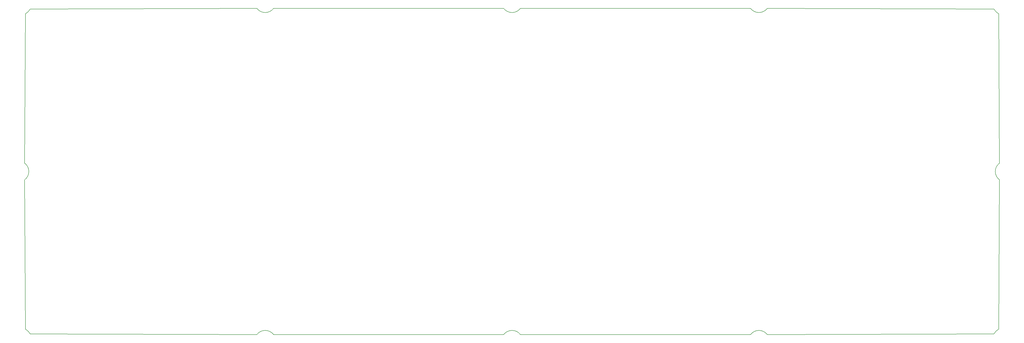
<source format=gm1>
G04 #@! TF.GenerationSoftware,KiCad,Pcbnew,7.0.2*
G04 #@! TF.CreationDate,2023-06-28T22:35:23-06:00*
G04 #@! TF.ProjectId,TKL_Keyboard,544b4c5f-4b65-4796-926f-6172642e6b69,rev?*
G04 #@! TF.SameCoordinates,Original*
G04 #@! TF.FileFunction,Profile,NP*
%FSLAX46Y46*%
G04 Gerber Fmt 4.6, Leading zero omitted, Abs format (unit mm)*
G04 Created by KiCad (PCBNEW 7.0.2) date 2023-06-28 22:35:23*
%MOMM*%
%LPD*%
G01*
G04 APERTURE LIST*
G04 #@! TA.AperFunction,Profile*
%ADD10C,0.200000*%
G04 #@! TD*
G04 APERTURE END LIST*
D10*
X400450000Y-87125000D02*
X400174318Y-29916993D01*
X305275000Y-27800000D02*
X217300000Y-27800000D01*
X122925000Y-152850000D02*
X210900000Y-152850000D01*
X311675000Y-152850000D02*
G75*
G03*
X305275000Y-152850000I-3200000J-2400000D01*
G01*
X28025681Y-29916992D02*
G75*
G03*
X29866992Y-28075681I-2675681J4516992D01*
G01*
X398333007Y-28075682D02*
X311675000Y-27800000D01*
X311675000Y-152850000D02*
X398333007Y-152574318D01*
X29866992Y-152574319D02*
G75*
G03*
X28025681Y-150733008I-4516992J-2675681D01*
G01*
X210900000Y-27800000D02*
G75*
G03*
X217300000Y-27800000I3200000J2400000D01*
G01*
X400174319Y-150733008D02*
G75*
G03*
X398333008Y-152574319I2675681J-4516992D01*
G01*
X217300000Y-152850000D02*
G75*
G03*
X210900000Y-152850000I-3200000J-2400000D01*
G01*
X116525000Y-27800000D02*
X29866993Y-28075682D01*
X29866993Y-152574318D02*
X116525000Y-152850000D01*
X27750000Y-93525000D02*
G75*
G03*
X27750000Y-87125000I-2400000J3200000D01*
G01*
X116525000Y-27800000D02*
G75*
G03*
X122925000Y-27800000I3200000J2400000D01*
G01*
X305275000Y-27800000D02*
G75*
G03*
X311675000Y-27800000I3200000J2400000D01*
G01*
X28025682Y-29916993D02*
X27750000Y-87125000D01*
X217300000Y-152850000D02*
X305275000Y-152850000D01*
X400174318Y-150733007D02*
X400450000Y-93525000D01*
X27750000Y-93525000D02*
X28025682Y-150733007D01*
X400450000Y-87125000D02*
G75*
G03*
X400450000Y-93525000I2400000J-3200000D01*
G01*
X122925000Y-152850000D02*
G75*
G03*
X116525000Y-152850000I-3200000J-2400000D01*
G01*
X210900000Y-27800000D02*
X122925000Y-27800000D01*
X398333008Y-28075681D02*
G75*
G03*
X400174319Y-29916992I4516992J2675681D01*
G01*
M02*

</source>
